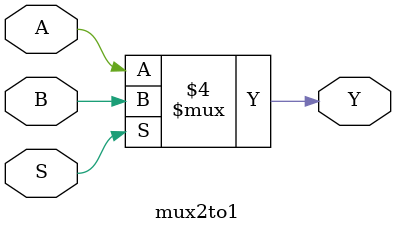
<source format=v>
module mux2to1(A,B,S,Y);
input A,B,S;
output reg Y;
always @(*)
	begin
	if(S==0)
		Y=A;
	else
		Y=B;
end
endmodule

</source>
